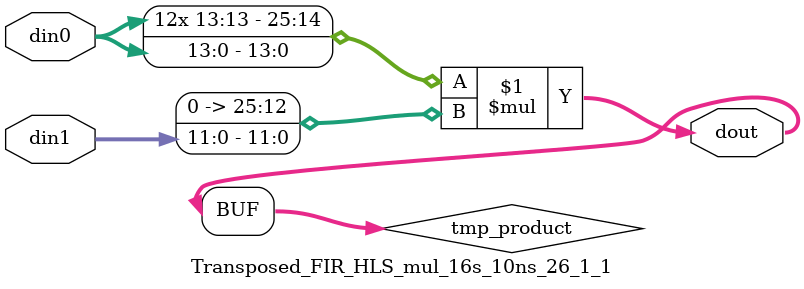
<source format=v>

`timescale 1 ns / 1 ps

 module Transposed_FIR_HLS_mul_16s_10ns_26_1_1(din0, din1, dout);
parameter ID = 1;
parameter NUM_STAGE = 0;
parameter din0_WIDTH = 14;
parameter din1_WIDTH = 12;
parameter dout_WIDTH = 26;

input [din0_WIDTH - 1 : 0] din0; 
input [din1_WIDTH - 1 : 0] din1; 
output [dout_WIDTH - 1 : 0] dout;

wire signed [dout_WIDTH - 1 : 0] tmp_product;


























assign tmp_product = $signed(din0) * $signed({1'b0, din1});









assign dout = tmp_product;





















endmodule

</source>
